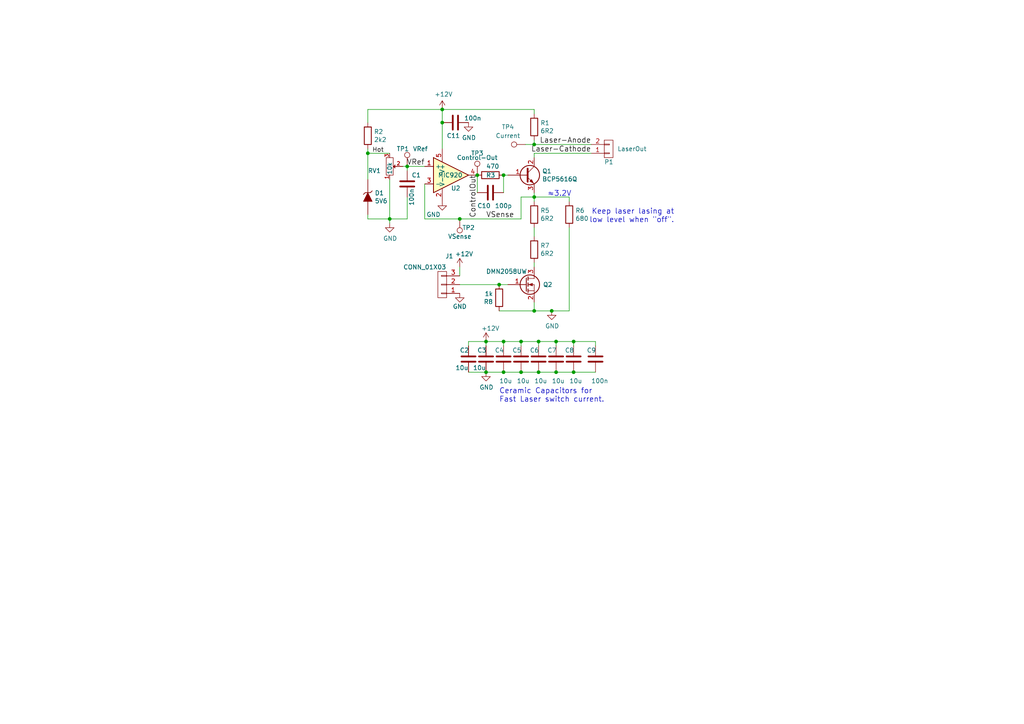
<source format=kicad_sch>
(kicad_sch (version 20230121) (generator eeschema)
  (paper "A4")
  (lib_symbols
    (symbol "laser-drive-rescue:+12V" (power) (pin_names (offset 0))
      (property "Value" "+12V" (at 0 3.556 0))
      (symbol "+12V_0_1"
        (polyline (pts (xy -0.762 1.27) (xy 0 2.54)))
        (polyline (pts (xy 0 0) (xy 0 2.54)))
        (polyline (pts (xy 0 2.54) (xy 0.762 1.27)))
      )
      (symbol "+12V_1_1"
        (pin power_in line (at 0 0 90) (length 0) hide (name "+12V") (number "1"))
      )
    )
    (symbol "laser-drive-rescue:C" (pin_numbers hide) (pin_names (offset 0.254))
      (property "Reference" "C" (at 0.635 2.54 0))
      (property "Value" "C" (at 0.635 -2.54 0))
      (symbol "C_0_1"
        (polyline (pts (xy -2.032 -0.762) (xy 2.032 -0.762)) (stroke (width 0.508)))
        (polyline (pts (xy -2.032 0.762) (xy 2.032 0.762)) (stroke (width 0.508)))
      )
      (symbol "C_1_1"
        (pin passive line (at 0 3.81 270) (length 2.794) (name "~") (number "1"))
        (pin passive line (at 0 -3.81 90) (length 2.794) (name "~") (number "2"))
      )
    )
    (symbol "laser-drive-rescue:CONN_01X02" (pin_names (offset 1.016) hide)
      (property "Reference" "P" (at 0 3.81 0))
      (property "Value" "CONN_01X02" (at 2.54 0 90))
      (symbol "CONN_01X02_0_1"
        (rectangle (start -1.27 -1.143) (end 0.254 -1.397))
        (rectangle (start -1.27 1.397) (end 0.254 1.143))
        (rectangle (start -1.27 2.54) (end 1.27 -2.54))
      )
      (symbol "CONN_01X02_1_1"
        (pin passive line (at -5.08 1.27 0) (length 3.81) (name "P1") (number "1"))
        (pin passive line (at -5.08 -1.27 0) (length 3.81) (name "P2") (number "2"))
      )
    )
    (symbol "laser-drive-rescue:CONN_01X03" (pin_names (offset 1.016) hide)
      (property "Reference" "J" (at 0 5.08 0))
      (property "Value" "CONN_01X03" (at 2.54 0 90))
      (symbol "CONN_01X03_0_1"
        (rectangle (start -1.27 -2.413) (end 0.254 -2.667))
        (rectangle (start -1.27 0.127) (end 0.254 -0.127))
        (rectangle (start -1.27 2.667) (end 0.254 2.413))
        (rectangle (start -1.27 3.81) (end 1.27 -3.81))
      )
      (symbol "CONN_01X03_1_1"
        (pin passive line (at -5.08 2.54 0) (length 3.81) (name "P1") (number "1"))
        (pin passive line (at -5.08 0 0) (length 3.81) (name "P2") (number "2"))
        (pin passive line (at -5.08 -2.54 0) (length 3.81) (name "P3") (number "3"))
      )
    )
    (symbol "laser-drive-rescue:GND" (power) (pin_names (offset 0))
      (property "Value" "GND" (at 0 -3.81 0))
      (symbol "GND_0_1"
        (polyline (pts (xy 0 0) (xy 0 -1.27) (xy 1.27 -1.27) (xy 0 -2.54) (xy -1.27 -1.27) (xy 0 -1.27)))
      )
      (symbol "GND_1_1"
        (pin power_in line (at 0 0 270) (length 0) hide (name "GND") (number "1"))
      )
    )
    (symbol "laser-drive-rescue:MIC920"
      (property "Reference" "U" (at 1.27 5.08 0))
      (property "Value" "MIC920" (at 5.08 -5.08 0))
      (symbol "MIC920_0_1"
        (polyline (pts (xy -5.08 5.08) (xy 5.08 0) (xy -5.08 -5.08) (xy -5.08 5.08)) (stroke (width 0.254)) (fill (type background)))
      )
      (symbol "MIC920_1_1"
        (pin input line (at -7.62 2.54 0) (length 2.54) (name "+") (number "1"))
        (pin input line (at -2.54 -7.62 90) (length 3.81) (name "V-") (number "2"))
        (pin input line (at -7.62 -2.54 0) (length 2.54) (name "-") (number "3"))
        (pin output line (at 7.62 0 180) (length 2.54) (name "~") (number "4"))
        (pin input line (at -2.54 7.62 270) (length 3.81) (name "V+") (number "5"))
      )
    )
    (symbol "laser-drive-rescue:POT-RESCUE-laser-drive" (pin_names (offset 1.016) hide)
      (property "Reference" "RV" (at 0 -2.032 0))
      (property "Value" "POT-RESCUE-laser-drive" (at 0 0 0))
      (symbol "POT-RESCUE-laser-drive_0_1"
        (rectangle (start -2.54 1.016) (end 2.54 -1.016))
        (polyline (pts (xy 0 1.016) (xy -0.508 1.524) (xy 0.508 1.524)) (fill (type outline)))
      )
      (symbol "POT-RESCUE-laser-drive_1_1"
        (pin passive line (at -3.81 0 0) (length 1.27) (name "1") (number "1"))
        (pin passive line (at 0 3.81 270) (length 2.54) (name "2") (number "2"))
        (pin passive line (at 3.81 0 180) (length 1.27) (name "3") (number "3"))
      )
    )
    (symbol "laser-drive-rescue:Q_NMOS_GSD" (pin_names (offset 0) hide)
      (property "Reference" "Q" (at 7.62 1.27 0))
      (property "Value" "Q_NMOS_GSD" (at 16.51 -1.27 0))
      (symbol "Q_NMOS_GSD_0_1"
        (polyline (pts (xy 0.762 -1.778) (xy 2.54 -1.778)))
        (polyline (pts (xy 0.762 -1.27) (xy 0.762 -2.286)) (stroke (width 0.254)))
        (polyline (pts (xy 0.762 0) (xy 2.54 0)))
        (polyline (pts (xy 0.762 0.508) (xy 0.762 -0.508)) (stroke (width 0.254)))
        (polyline (pts (xy 0.762 1.778) (xy 2.54 1.778)))
        (polyline (pts (xy 0.762 2.286) (xy 0.762 1.27)) (stroke (width 0.254)))
        (polyline (pts (xy 2.54 -1.778) (xy 2.54 -2.54)))
        (polyline (pts (xy 2.54 -1.778) (xy 2.54 0)))
        (polyline (pts (xy 2.54 2.54) (xy 2.54 1.778)))
        (polyline (pts (xy 0.254 1.905) (xy 0.254 -1.905) (xy 0.254 -1.905)) (stroke (width 0.254)))
        (polyline (pts (xy 1.016 0) (xy 2.032 0.381) (xy 2.032 -0.381) (xy 1.016 0)) (fill (type outline)))
        (circle (center 1.27 0) (radius 2.8194) (stroke (width 0.254)))
      )
      (symbol "Q_NMOS_GSD_1_1"
        (pin input line (at -5.08 0 0) (length 5.334) (name "G") (number "1"))
        (pin passive line (at 2.54 -5.08 90) (length 2.54) (name "S") (number "2"))
        (pin passive line (at 2.54 5.08 270) (length 2.54) (name "D") (number "3"))
      )
    )
    (symbol "laser-drive-rescue:Q_NPN_BCE" (pin_names (offset 0) hide)
      (property "Reference" "Q" (at 7.62 1.27 0))
      (property "Value" "Q_NPN_BCE" (at 15.24 -1.27 0))
      (symbol "Q_NPN_BCE_0_1"
        (polyline (pts (xy 0.635 0.635) (xy 2.54 2.54)))
        (polyline (pts (xy 0.635 -0.635) (xy 2.54 -2.54) (xy 2.54 -2.54)))
        (polyline (pts (xy 0.635 1.905) (xy 0.635 -1.905) (xy 0.635 -1.905)) (stroke (width 0.508)))
        (polyline (pts (xy 1.27 -1.778) (xy 1.778 -1.27) (xy 2.286 -2.286) (xy 1.27 -1.778) (xy 1.27 -1.778)) (fill (type outline)))
        (circle (center 1.27 0) (radius 2.8194) (stroke (width 0.254)))
      )
      (symbol "Q_NPN_BCE_1_1"
        (pin input line (at -5.08 0 0) (length 5.715) (name "B") (number "1"))
        (pin passive line (at 2.54 5.08 270) (length 2.54) (name "C") (number "2"))
        (pin passive line (at 2.54 -5.08 90) (length 2.54) (name "E") (number "3"))
      )
    )
    (symbol "laser-drive-rescue:R" (pin_numbers hide) (pin_names (offset 0))
      (property "Reference" "R" (at 2.032 0 90))
      (property "Value" "R" (at 0 0 90))
      (symbol "R_0_1"
        (rectangle (start -1.016 -2.54) (end 1.016 2.54) (stroke (width 0.254)))
      )
      (symbol "R_1_1"
        (pin passive line (at 0 3.81 270) (length 1.27) (name "~") (number "1"))
        (pin passive line (at 0 -3.81 90) (length 1.27) (name "~") (number "2"))
      )
    )
    (symbol "laser-drive-rescue:TEST_1P" (pin_numbers hide) (pin_names (offset 0.762) hide)
      (property "Reference" "W" (at 0 6.858 0))
      (property "Value" "TEST_1P" (at 0 5.08 0))
      (symbol "TEST_1P_0_1"
        (circle (center 0 3.302) (radius 0.762))
      )
      (symbol "TEST_1P_1_1"
        (pin passive line (at 0 0 90) (length 2.54) (name "1") (number "1"))
      )
    )
    (symbol "laser-drive-rescue:ZENER" (pin_numbers hide) (pin_names (offset 1.016) hide)
      (property "Reference" "D" (at 0 2.54 0))
      (property "Value" "ZENER" (at 0 -2.54 0))
      (symbol "ZENER_0_1"
        (polyline (pts (xy -1.778 1.27) (xy -1.27 0.762) (xy -1.27 -0.762) (xy -0.762 -1.27) (xy -0.762 -1.27)) (stroke (width 0.2032)))
        (polyline (pts (xy -1.27 0) (xy 1.27 1.27) (xy 1.27 -1.27) (xy -1.27 0) (xy -1.27 0)) (fill (type outline)))
      )
      (symbol "ZENER_1_1"
        (pin passive line (at -5.08 0 0) (length 3.81) (name "K") (number "1"))
        (pin passive line (at 5.08 0 180) (length 3.81) (name "A") (number "2"))
      )
    )
    (symbol "power:+12V" (power) (pin_names (offset 0))
      (property "Value" "+12V" (at 0 3.556 0))
      (symbol "+12V_0_1"
        (polyline (pts (xy -0.762 1.27) (xy 0 2.54)))
        (polyline (pts (xy 0 0) (xy 0 2.54)))
        (polyline (pts (xy 0 2.54) (xy 0.762 1.27)))
      )
      (symbol "+12V_1_1"
        (pin power_in line (at 0 0 90) (length 0) hide (name "+12V") (number "1"))
      )
    )
    (symbol "power:GND" (power) (pin_names (offset 0))
      (property "Value" "GND" (at 0 -3.81 0))
      (symbol "GND_0_1"
        (polyline (pts (xy 0 0) (xy 0 -1.27) (xy 1.27 -1.27) (xy 0 -2.54) (xy -1.27 -1.27) (xy 0 -1.27)))
      )
      (symbol "GND_1_1"
        (pin power_in line (at 0 0 270) (length 0) hide (name "GND") (number "1"))
      )
    )
  )
  (junction (at 133.35 63.5))
  (junction (at 113.03 63.5))
  (junction (at 128.27 31.75))
  (junction (at 146.05 99.06))
  (junction (at 146.05 50.8))
  (junction (at 151.13 107.95))
  (junction (at 140.97 107.95))
  (junction (at 128.27 35.56))
  (junction (at 156.21 107.95))
  (junction (at 154.94 90.17))
  (junction (at 161.29 107.95))
  (junction (at 166.37 99.06))
  (junction (at 146.05 107.95))
  (junction (at 154.94 41.91))
  (junction (at 144.78 82.55))
  (junction (at 106.68 44.45))
  (junction (at 138.43 50.8))
  (junction (at 166.37 107.95))
  (junction (at 118.11 48.26))
  (junction (at 156.21 99.06))
  (junction (at 154.94 57.15))
  (junction (at 160.02 90.17))
  (junction (at 151.13 99.06))
  (junction (at 140.97 99.06))
  (junction (at 161.29 99.06))
  (wire (pts (xy 118.11 48.26) (xy 123.19 48.26)))
  (wire (pts (xy 135.89 107.95) (xy 140.97 107.95)))
  (wire (pts (xy 160.02 90.17) (xy 165.1 90.17)))
  (wire (pts (xy 106.68 31.75) (xy 128.27 31.75)))
  (wire (pts (xy 113.03 52.07) (xy 113.03 63.5)))
  (wire (pts (xy 154.94 57.15) (xy 165.1 57.15)))
  (wire (pts (xy 116.84 48.26) (xy 118.11 48.26)))
  (wire (pts (xy 154.94 55.88) (xy 154.94 57.15)))
  (wire (pts (xy 151.13 57.15) (xy 154.94 57.15)))
  (wire (pts (xy 133.35 63.5) (xy 151.13 63.5)))
  (wire (pts (xy 156.21 107.95) (xy 161.29 107.95)))
  (wire (pts (xy 106.68 31.75) (xy 106.68 35.56)))
  (wire (pts (xy 140.97 99.06) (xy 146.05 99.06)))
  (wire (pts (xy 133.35 82.55) (xy 144.78 82.55)))
  (wire (pts (xy 146.05 55.88) (xy 146.05 50.8)))
  (wire (pts (xy 151.13 63.5) (xy 151.13 57.15)))
  (wire (pts (xy 154.94 41.91) (xy 171.45 41.91)))
  (wire (pts (xy 154.94 87.63) (xy 154.94 90.17)))
  (wire (pts (xy 144.78 82.55) (xy 147.32 82.55)))
  (wire (pts (xy 113.03 63.5) (xy 113.03 64.77)))
  (wire (pts (xy 123.19 63.5) (xy 133.35 63.5)))
  (wire (pts (xy 128.27 35.56) (xy 128.27 31.75)))
  (wire (pts (xy 140.97 99.06) (xy 140.97 100.33)))
  (wire (pts (xy 151.13 99.06) (xy 156.21 99.06)))
  (wire (pts (xy 128.27 31.75) (xy 154.94 31.75)))
  (wire (pts (xy 165.1 57.15) (xy 165.1 58.42)))
  (wire (pts (xy 128.27 43.18) (xy 128.27 35.56)))
  (wire (pts (xy 106.68 44.45) (xy 106.68 52.07)))
  (wire (pts (xy 154.94 76.2) (xy 154.94 77.47)))
  (wire (pts (xy 166.37 99.06) (xy 166.37 100.33)))
  (wire (pts (xy 156.21 99.06) (xy 156.21 100.33)))
  (wire (pts (xy 161.29 99.06) (xy 166.37 99.06)))
  (wire (pts (xy 138.43 50.8) (xy 138.43 55.88)))
  (wire (pts (xy 156.21 99.06) (xy 161.29 99.06)))
  (wire (pts (xy 166.37 99.06) (xy 172.72 99.06)))
  (wire (pts (xy 144.78 90.17) (xy 154.94 90.17)))
  (wire (pts (xy 106.68 63.5) (xy 106.68 62.23)))
  (wire (pts (xy 172.72 99.06) (xy 172.72 100.33)))
  (wire (pts (xy 161.29 99.06) (xy 161.29 100.33)))
  (wire (pts (xy 106.68 63.5) (xy 113.03 63.5)))
  (wire (pts (xy 146.05 50.8) (xy 147.32 50.8)))
  (wire (pts (xy 135.89 99.06) (xy 135.89 100.33)))
  (wire (pts (xy 154.94 44.45) (xy 154.94 45.72)))
  (wire (pts (xy 161.29 107.95) (xy 166.37 107.95)))
  (wire (pts (xy 106.68 43.18) (xy 106.68 44.45)))
  (wire (pts (xy 154.94 40.64) (xy 154.94 41.91)))
  (wire (pts (xy 118.11 48.26) (xy 118.11 49.53)))
  (wire (pts (xy 113.03 44.45) (xy 106.68 44.45)))
  (wire (pts (xy 140.97 107.95) (xy 146.05 107.95)))
  (wire (pts (xy 133.35 77.47) (xy 133.35 80.01)))
  (wire (pts (xy 152.4 41.91) (xy 154.94 41.91)))
  (wire (pts (xy 154.94 57.15) (xy 154.94 58.42)))
  (wire (pts (xy 154.94 31.75) (xy 154.94 33.02)))
  (wire (pts (xy 151.13 99.06) (xy 151.13 100.33)))
  (wire (pts (xy 113.03 63.5) (xy 118.11 63.5)))
  (wire (pts (xy 118.11 63.5) (xy 118.11 57.15)))
  (wire (pts (xy 154.94 66.04) (xy 154.94 68.58)))
  (wire (pts (xy 165.1 90.17) (xy 165.1 66.04)))
  (wire (pts (xy 123.19 63.5) (xy 123.19 53.34)))
  (wire (pts (xy 146.05 107.95) (xy 151.13 107.95)))
  (wire (pts (xy 146.05 99.06) (xy 151.13 99.06)))
  (wire (pts (xy 135.89 99.06) (xy 140.97 99.06)))
  (wire (pts (xy 154.94 90.17) (xy 160.02 90.17)))
  (wire (pts (xy 171.45 44.45) (xy 154.94 44.45)))
  (wire (pts (xy 166.37 107.95) (xy 172.72 107.95)))
  (wire (pts (xy 146.05 99.06) (xy 146.05 100.33)))
  (wire (pts (xy 151.13 107.95) (xy 156.21 107.95)))
  (text "≈3.2V" (at 158.75 57.15 0) (effects (font (size 1.524 1.524)) (justify left bottom)))
  (text "Keep laser lasing at\nlow level when \"off\"." (at 195.58 64.77 0) (effects (font (size 1.524 1.524)) (justify right bottom)))
  (text "Ceramic Capacitors for\nFast Laser switch current." (at 144.78 116.84 0) (effects (font (size 1.524 1.524)) (justify left bottom)))
  (label "ControlOut" (at 138.43 50.8 270) (effects (font (size 1.524 1.524))))
  (label "Hot" (at 107.95 44.45 0))
  (label "Laser-Anode" (at 171.45 41.91 180) (effects (font (size 1.524 1.524))))
  (label "VSense" (at 140.97 63.5 0) (effects (font (size 1.524 1.524))))
  (label "Laser-Cathode" (at 171.45 44.45 180) (effects (font (size 1.524 1.524))))
  (label "VRef" (at 123.19 48.26 180) (effects (font (size 1.524 1.524))))
  (symbol (lib_id "laser-drive-rescue:MIC920") (at 130.81 50.8 0) (unit 1)
    (property "Reference" "U2" (at 130.81 54.61 0) (effects (justify left)))
    (property "Value" "MIC920" (at 127 50.8 0) (effects (justify left)))
    (property "Footprint" "Package_TO_SOT_SMD:SOT-353_SC-70-5" (effects hide))
  )
  (symbol (lib_id "laser-drive-rescue:R") (at 154.94 62.23 0) (unit 1)
    (property "Reference" "R5" (at 156.718 61.0616 0) (effects (justify left)))
    (property "Value" "6R2" (at 156.718 63.373 0) (effects (justify left)))
    (property "Footprint" "Resistor_SMD:R_2512_6332Metric" (effects hide))
    (property "Power" "1W" (effects hide))
  )
  (symbol (lib_id "laser-drive-rescue:R") (at 165.1 62.23 0) (unit 1)
    (property "Reference" "R6" (at 166.878 61.0616 0) (effects (justify left)))
    (property "Value" "680" (at 166.878 63.373 0) (effects (justify left)))
    (property "Footprint" "Resistor_SMD:R_0603_1608Metric" (effects hide))
  )
  (symbol (lib_id "laser-drive-rescue:CONN_01X02") (at 176.53 43.18 0) (mirror x) (unit 1)
    (property "Reference" "P1" (at 175.26 46.99 0) (effects (justify left)))
    (property "Value" "LaserOut" (at 179.07 43.18 0) (effects (justify left)))
    (property "Footprint" "Connector_JST:JST_EH_B2B-EH-A_1x02_P2.50mm_Vertical" (effects hide))
  )
  (symbol (lib_id "laser-drive-rescue:Q_NMOS_GSD") (at 152.4 82.55 0) (unit 1)
    (property "Reference" "Q2" (at 157.48 82.55 0) (effects (justify left)))
    (property "Value" "DMN2058UW" (at 140.97 78.74 0) (effects (justify left)))
    (property "Footprint" "Package_TO_SOT_SMD:SOT-323_SC-70" (effects hide))
    (property "Datasheet" "https://www.diodes.com/assets/Datasheets/DMN2058UW.pdf" (effects hide))
  )
  (symbol (lib_id "laser-drive-rescue:Q_NPN_BCE") (at 152.4 50.8 0) (unit 1)
    (property "Reference" "Q1" (at 157.2514 49.6316 0) (effects (justify left)))
    (property "Value" "BCP5616Q" (at 157.2514 51.943 0) (effects (justify left)))
    (property "Footprint" "Package_TO_SOT_SMD:SOT-223-3_TabPin2" (effects hide))
  )
  (symbol (lib_id "laser-drive-rescue:R") (at 144.78 86.36 180) (unit 1)
    (property "Reference" "R8" (at 143.002 87.5284 0) (effects (justify left)))
    (property "Value" "1k" (at 143.002 85.217 0) (effects (justify left)))
    (property "Footprint" "Resistor_SMD:R_0603_1608Metric" (effects hide))
  )
  (symbol (lib_id "laser-drive-rescue:C") (at 166.37 104.14 0) (unit 1)
    (property "Reference" "C8" (at 163.83 101.6 0) (effects (justify left)))
    (property "Value" "10u" (at 165.1 110.49 0) (effects (justify left)))
    (property "Footprint" "Capacitor_SMD:C_1210_3225Metric" (effects hide))
  )
  (symbol (lib_id "laser-drive-rescue:C") (at 172.72 104.14 0) (unit 1)
    (property "Reference" "C9" (at 170.18 101.6 0) (effects (justify left)))
    (property "Value" "100n" (at 171.45 110.49 0) (effects (justify left)))
    (property "Footprint" "Capacitor_SMD:C_0805_2012Metric" (effects hide))
  )
  (symbol (lib_id "laser-drive-rescue:POT-RESCUE-laser-drive") (at 113.03 48.26 270) (mirror x) (unit 1)
    (property "Reference" "RV1" (at 110.49 49.53 90) (effects (justify right)))
    (property "Value" "10k" (at 113.03 46.99 0) (effects (justify right)))
    (property "Footprint" "Potentiometer_THT:Potentiometer_Bourns_3296X_Horizontal" (effects hide))
  )
  (symbol (lib_id "laser-drive-rescue:C") (at 118.11 53.34 0) (unit 1)
    (property "Reference" "C1" (at 119.38 50.8 0) (effects (justify left)))
    (property "Value" "100n" (at 119.38 59.69 90) (effects (justify left)))
    (property "Footprint" "Capacitor_SMD:C_0603_1608Metric" (effects hide))
  )
  (symbol (lib_id "laser-drive-rescue:C") (at 161.29 104.14 0) (unit 1)
    (property "Reference" "C7" (at 158.75 101.6 0) (effects (justify left)))
    (property "Value" "10u" (at 160.02 110.49 0) (effects (justify left)))
    (property "Footprint" "Capacitor_SMD:C_1210_3225Metric" (effects hide))
  )
  (symbol (lib_id "laser-drive-rescue:C") (at 156.21 104.14 0) (unit 1)
    (property "Reference" "C6" (at 153.67 101.6 0) (effects (justify left)))
    (property "Value" "10u" (at 154.94 110.49 0) (effects (justify left)))
    (property "Footprint" "Capacitor_SMD:C_1210_3225Metric" (effects hide))
  )
  (symbol (lib_id "laser-drive-rescue:C") (at 151.13 104.14 0) (unit 1)
    (property "Reference" "C5" (at 148.59 101.6 0) (effects (justify left)))
    (property "Value" "10u" (at 149.86 110.49 0) (effects (justify left)))
    (property "Footprint" "Capacitor_SMD:C_1210_3225Metric" (effects hide))
  )
  (symbol (lib_id "laser-drive-rescue:C") (at 146.05 104.14 0) (unit 1)
    (property "Reference" "C4" (at 143.51 101.6 0) (effects (justify left)))
    (property "Value" "10u" (at 144.78 110.49 0) (effects (justify left)))
    (property "Footprint" "Capacitor_SMD:C_1210_3225Metric" (effects hide))
  )
  (symbol (lib_id "laser-drive-rescue:C") (at 140.97 104.14 0) (unit 1)
    (property "Reference" "C3" (at 138.43 101.6 0) (effects (justify left)))
    (property "Value" "10u" (at 137.16 106.68 0) (effects (justify left)))
    (property "Footprint" "Capacitor_SMD:C_1210_3225Metric" (effects hide))
  )
  (symbol (lib_id "laser-drive-rescue:C") (at 135.89 104.14 0) (unit 1)
    (property "Reference" "C2" (at 133.35 101.6 0) (effects (justify left)))
    (property "Value" "10u" (at 132.08 106.68 0) (effects (justify left)))
    (property "Footprint" "Capacitor_SMD:C_1210_3225Metric" (effects hide))
  )
  (symbol (lib_id "laser-drive-rescue:R") (at 154.94 72.39 0) (unit 1)
    (property "Reference" "R7" (at 156.718 71.2216 0) (effects (justify left)))
    (property "Value" "6R2" (at 156.718 73.533 0) (effects (justify left)))
    (property "Footprint" "Resistor_SMD:R_2512_6332Metric" (effects hide))
    (property "Power" "1W" (effects hide))
  )
  (symbol (lib_id "laser-drive-rescue:R") (at 154.94 36.83 0) (unit 1)
    (property "Reference" "R1" (at 156.718 35.6616 0) (effects (justify left)))
    (property "Value" "6R2" (at 156.718 37.973 0) (effects (justify left)))
    (property "Footprint" "Resistor_SMD:R_2512_6332Metric" (effects hide))
    (property "Power" "1W" (effects hide))
  )
  (symbol (lib_id "laser-drive-rescue:TEST_1P") (at 152.4 41.91 90) (unit 1)
    (property "Reference" "TP4" (at 147.32 36.83 90))
    (property "Value" "Current" (at 147.32 39.37 90))
    (property "Footprint" "TestPoint:TestPoint_Pad_D1.5mm" (effects hide))
  )
  (symbol (lib_id "laser-drive-rescue:R") (at 142.24 50.8 270) (unit 1)
    (property "Reference" "R3" (at 140.97 50.8 90) (effects (justify left)))
    (property "Value" "470" (at 140.97 48.26 90) (effects (justify left)))
    (property "Footprint" "Resistor_SMD:R_0603_1608Metric" (effects hide))
  )
  (symbol (lib_id "laser-drive-rescue:+12V") (at 128.27 31.75 0) (unit 1)
    (property "Reference" "#PWR01" (effects hide))
    (property "Value" "+12V" (at 128.651 27.3558 0))
  )
  (symbol (lib_id "laser-drive-rescue:GND") (at 160.02 90.17 0) (unit 1)
    (property "Reference" "#PWR03" (effects hide))
    (property "Value" "GND" (at 160.147 94.5642 0))
  )
  (symbol (lib_id "laser-drive-rescue:GND") (at 140.97 107.95 0) (unit 1)
    (property "Reference" "#PWR04" (effects hide))
    (property "Value" "GND" (at 141.097 112.3442 0))
  )
  (symbol (lib_id "laser-drive-rescue:TEST_1P") (at 138.43 50.8 0) (unit 1)
    (property "Reference" "TP3" (at 138.43 44.45 0))
    (property "Value" "Control-Out" (at 138.43 45.72 0))
    (property "Footprint" "TestPoint:TestPoint_Pad_D1.5mm" (effects hide))
  )
  (symbol (lib_id "laser-drive-rescue:TEST_1P") (at 118.11 48.26 0) (unit 1)
    (property "Reference" "TP1" (at 116.84 43.18 0))
    (property "Value" "VRef" (at 121.92 43.18 0))
    (property "Footprint" "TestPoint:TestPoint_Pad_D1.5mm" (effects hide))
  )
  (symbol (lib_id "laser-drive-rescue:ZENER") (at 106.68 57.15 270) (unit 1)
    (property "Reference" "D1" (at 108.6866 55.9816 90) (effects (justify left)))
    (property "Value" "5V6" (at 108.6866 58.293 90) (effects (justify left)))
    (property "Footprint" "Diode_SMD:D_SOD-323_HandSoldering" (effects hide))
  )
  (symbol (lib_id "laser-drive-rescue:R") (at 106.68 39.37 0) (unit 1)
    (property "Reference" "R2" (at 108.458 38.2016 0) (effects (justify left)))
    (property "Value" "2k2" (at 108.458 40.513 0) (effects (justify left)))
    (property "Footprint" "Resistor_SMD:R_0603_1608Metric" (effects hide))
  )
  (symbol (lib_id "laser-drive-rescue:GND") (at 113.03 64.77 0) (unit 1)
    (property "Reference" "#PWR06" (effects hide))
    (property "Value" "GND" (at 113.157 69.1642 0))
  )
  (symbol (lib_id "laser-drive-rescue:C") (at 132.08 35.56 270) (unit 1)
    (property "Reference" "C11" (at 129.54 39.37 90) (effects (justify left)))
    (property "Value" "100n" (at 134.62 34.29 90) (effects (justify left)))
    (property "Footprint" "Capacitor_SMD:C_0603_1608Metric" (effects hide))
  )
  (symbol (lib_id "laser-drive-rescue:GND") (at 135.89 35.56 0) (unit 1)
    (property "Reference" "#PWR07" (effects hide))
    (property "Value" "GND" (at 136.017 39.9542 0))
  )
  (symbol (lib_id "laser-drive-rescue:TEST_1P") (at 133.35 63.5 180) (unit 1)
    (property "Reference" "TP2" (at 135.89 66.04 0))
    (property "Value" "VSense" (at 133.35 68.58 0))
    (property "Footprint" "TestPoint:TestPoint_Pad_D1.5mm" (effects hide))
  )
  (symbol (lib_id "laser-drive-rescue:CONN_01X03") (at 128.27 82.55 180) (unit 1)
    (property "Reference" "J1" (at 130.3274 74.295 0))
    (property "Value" "CONN_01X03" (at 123.19 77.47 0))
    (property "Footprint" "Connector_JST:JST_EH_B3B-EH-A_1x03_P2.50mm_Vertical" (effects hide))
  )
  (symbol (lib_id "laser-drive-rescue:C") (at 142.24 55.88 270) (unit 1)
    (property "Reference" "C10" (at 138.43 59.69 90) (effects (justify left)))
    (property "Value" "100p" (at 143.51 59.69 90) (effects (justify left)))
    (property "Footprint" "Capacitor_SMD:C_0603_1608Metric" (effects hide))
  )
  (symbol (lib_id "power:GND") (at 128.27 58.42 0) (unit 1)
    (property "Reference" "#PWR02" (effects hide))
    (property "Value" "GND" (at 125.73 62.23 0))
  )
  (symbol (lib_id "power:+12V") (at 140.97 99.06 0) (unit 1)
    (property "Reference" "#PWR05" (effects hide))
    (property "Value" "+12V" (at 142.24 95.25 0))
  )
  (symbol (lib_id "power:+12V") (at 133.35 77.47 0) (unit 1)
    (property "Reference" "#PWR08" (effects hide))
    (property "Value" "+12V" (at 134.62 73.66 0))
  )
  (symbol (lib_id "power:GND") (at 133.35 85.09 0) (unit 1)
    (property "Reference" "#PWR010" (effects hide))
    (property "Value" "GND" (at 133.35 88.9 0))
  )
)
</source>
